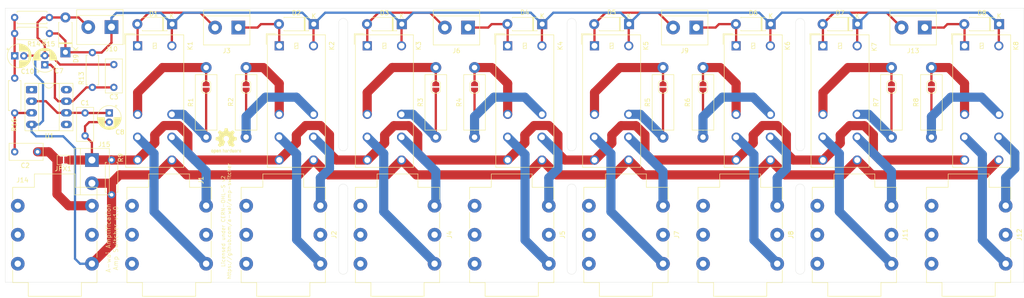
<source format=kicad_pcb>
(kicad_pcb (version 20241229) (generator "pcbnew") (generator_version "9.0")
  (title_block (title "Amp Switcher - 8-way Relay Array") (date "2025-03-12") (rev "1.0") (comment 3 "SPDX-License-Identifier: CERN-OHL-S-2.0+") (comment 4 "SPDX-FileCopyrightText: 2025 Arnaud Ferraris <aferraris@debian.org>"))
  (layers (0 "F.Cu" signal) (2 "B.Cu" signal) (13 "F.Paste" user) (15 "B.Paste" user) (5 "F.SilkS" user "F.Silkscreen") (7 "B.SilkS" user "B.Silkscreen") (1 "F.Mask" user) (3 "B.Mask" user) (25 "Edge.Cuts" user))
  (net 0 "")
  (net 1 "Net-(D1-A)")
  (net 2 "+12V")
  (net 3 "Net-(D2-A)")
  (net 4 "Net-(D3-A)")
  (net 5 "Net-(D4-A)")
  (net 6 "Net-(D5-A)")
  (net 7 "Net-(D6-A)")
  (net 11 "Net-(J1-PadS)")
  (net 13 "Net-(J1-PadT)")
  (net 15 "Net-(J2-PadS)")
  (net 18 "Net-(J2-PadT)")
  (net 20 "Net-(J4-PadS)")
  (net 24 "Net-(J4-PadT)")
  (net 28 "Net-(J5-PadS)")
  (net 29 "Net-(J5-PadT)")
  (net 34 "Net-(J7-PadS)")
  (net 35 "Net-(J7-PadT)")
  (net 39 "Net-(J8-PadT)")
  (net 43 "Net-(J8-PadS)")
  (net 44 "/SIGNAL")
  (net 45 "GND")
  (net 46 "Net-(JP2-A)")
  (net 47 "Net-(JP2-B)")
  (net 48 "Net-(JP3-B)")
  (net 49 "Net-(JP3-A)")
  (net 50 "Net-(JP4-A)")
  (net 51 "Net-(JP4-B)")
  (net 52 "Net-(JP5-B)")
  (net 53 "Net-(JP5-A)")
  (net 54 "Net-(JP6-A)")
  (net 55 "Net-(JP6-B)")
  (net 56 "Net-(JP7-A)")
  (net 57 "Net-(JP7-B)")
  (net 58 "Net-(D7-A)")
  (net 59 "Net-(D8-A)")
  (net 61 "Net-(J11-PadS)")
  (net 62 "Net-(J11-PadT)")
  (net 66 "Net-(J12-PadS)")
  (net 71 "Net-(J12-PadT)")
  (net 72 "Net-(JP8-B)")
  (net 73 "Net-(JP8-A)")
  (net 74 "Net-(JP9-B)")
  (net 75 "Net-(JP9-A)")
  (net 80 "Net-(U1--)")
  (net 81 "Net-(U1-+)")
  (net 82 "Net-(JPX1-B)")
  (net 83 "VCC")
  (net 84 "GNDS")
  (footprint "Relay_THT:Relay_DPDT_Omron_G2RL-2" (layer "F.Cu") (at 196 75)
    (property "Reference" "K6")
    (property "Value" "G2RL-2")
  )
  (footprint "Relay_THT:Relay_DPDT_Omron_G2RL-2" (layer "F.Cu") (at 115.27 75)
    (property "Reference" "K3")
    (property "Value" "G2RL-2")
  )
  (footprint "Resistor_THT:R_Axial_DIN0414_L11.9mm_D4.5mm_P15.24mm_Horizontal" (layer "F.Cu") (at 130.27 95 90)
    (property "Reference" "R3")
    (property "Value" "4R7/2W")
  )
  (footprint "Relay_THT:Relay_DPDT_Omron_G2RL-2" (layer "F.Cu") (at 215 75)
    (property "Reference" "K7")
    (property "Value" "G2RL-2")
  )
  (footprint "Connector_Audio:Jack_6.35mm_Neutrik_NMJ6HCD2_Horizontal" (layer "F.Cu") (at 255 110 -90)
    (property "Reference" "J12")
    (property "Value" "NMJ6HCD2")
  )
  (footprint "Resistor_THT:R_Axial_DIN0414_L11.9mm_D4.5mm_P15.24mm_Horizontal" (layer "F.Cu") (at 138.75 95 90)
    (property "Reference" "R4")
    (property "Value" "4R7/2W")
  )
  (footprint "Diode_THT:D_DO-41_SOD81_P7.62mm_Horizontal" (layer "F.Cu") (at 103.56 70.25 180)
    (property "Reference" "D2")
    (property "Value" "1N4001")
  )
  (footprint "Capacitor_THT:C_Rect_L7.2mm_W3.5mm_P5.00mm_FKS2_FKP2_MKS2_MKP2" (layer "F.Cu") (at 38.1 98.2)
    (property "Reference" "C2")
    (property "Value" "100n")
  )
  (footprint "Resistor_THT:R_Axial_DIN0207_L6.3mm_D2.5mm_P7.62mm_Horizontal" (layer "F.Cu") (at 55.1 84.1 90)
    (property "Reference" "R13")
    (property "Value" "10R")
  )
  (footprint "Diode_THT:D_DO-41_SOD81_P7.62mm_Horizontal" (layer "F.Cu") (at 222.56 70.25 180)
    (property "Reference" "D7")
    (property "Value" "1N4001")
  )
  (footprint "Diode_THT:D_DO-41_SOD81_P7.62mm_Horizontal" (layer "F.Cu") (at 203.56 70.25 180)
    (property "Reference" "D6")
    (property "Value" "1N4001")
  )
  (footprint "Symbol:OSHW-Logo2_7.3x6mm_SilkScreen" (layer "F.Cu") (at 84.4 95.8)
    (property "Reference" "REF**" (hide yes))
    (property "Value" "OSHW-Logo2_7.3x6mm_SilkScreen" (hide yes))
  )
  (footprint "TerminalBlock:TerminalBlock_bornier-2_P5.08mm" (layer "F.Cu") (at 187.29 71 180)
    (property "Reference" "J9")
    (property "Value" "Screw_Terminal_01x02")
  )
  (footprint "Jumper:SolderJumper-2_P1.3mm_Open_RoundedPad1.0x1.5mm" (layer "F.Cu") (at 238.75 84 -90)
    (property "Reference" "JP9" (hide yes))
    (property "Value" "Jumper_2_Open")
  )
  (footprint "Capacitor_THT:CP_Radial_D5.0mm_P2.00mm" (layer "F.Cu") (at 58.8 89.7 -90)
    (property "Reference" "C8")
    (property "Value" "1µ")
  )
  (footprint "Diode_THT:D_DO-41_SOD81_P7.62mm_Horizontal" (layer "F.Cu") (at 122.83 70.25 180)
    (property "Reference" "D3")
    (property "Value" "1N4001")
  )
  (footprint "Resistor_THT:R_Axial_DIN0414_L11.9mm_D4.5mm_P15.24mm_Horizontal" (layer "F.Cu") (at 230 95 90)
    (property "Reference" "R7")
    (property "Value" "4R7/2W")
  )
  (footprint "Relay_THT:Relay_DPDT_Omron_G2RL-2" (layer "F.Cu") (at 146 75)
    (property "Reference" "K4")
    (property "Value" "G2RL-2")
  )
  (footprint "Diode_THT:D_DO-41_SOD81_P7.62mm_Horizontal" (layer "F.Cu") (at 253.56 70.25 180)
    (property "Reference" "D8")
    (property "Value" "1N4001")
  )
  (footprint "Connector_Audio:Jack_6.35mm_Neutrik_NMJ6HCD2_Horizontal" (layer "F.Cu") (at 130 110 -90)
    (property "Reference" "J4")
    (property "Value" "NMJ6HCD2")
  )
  (footprint "Resistor_THT:R_Axial_DIN0414_L11.9mm_D4.5mm_P15.24mm_Horizontal" (layer "F.Cu") (at 180 95 90)
    (property "Reference" "R5")
    (property "Value" "4R7/2W")
  )
  (footprint "Connector_Audio:Jack_6.35mm_Neutrik_NMJ6HCD2_Horizontal" (layer "F.Cu") (at 105 110 -90)
    (property "Reference" "J2")
    (property "Value" "NMJ6HCD2")
  )
  (footprint "Capacitor_THT:CP_Radial_D5.0mm_P2.00mm" (layer "F.Cu") (at 38.1 77.2)
    (property "Reference" "C10")
    (property "Value" "100µ")
  )
  (footprint "Diode_THT:D_DO-41_SOD81_P7.62mm_Horizontal" (layer "F.Cu") (at 49.2 76.41 90)
    (property "Reference" "D9")
    (property "Value" "1N4001")
  )
  (footprint "Diode_THT:D_DO-41_SOD81_P7.62mm_Horizontal" (layer "F.Cu") (at 153.56 70.25 180)
    (property "Reference" "D4")
    (property "Value" "1N4001")
  )
  (footprint "Connector_Audio:Jack_6.35mm_Neutrik_NMJ6HCD2_Horizontal" (layer "F.Cu") (at 55 110 -90)
    (property "Reference" "J14")
    (property "Value" "NMJ6HCD2")
  )
  (footprint "Resistor_THT:R_Axial_DIN0414_L11.9mm_D4.5mm_P15.24mm_Horizontal" (layer "F.Cu") (at 88.75 95 90)
    (property "Reference" "R2")
    (property "Value" "4R7/2W")
  )
  (footprint "Connector_Audio:Jack_6.35mm_Neutrik_NMJ6HCD2_Horizontal" (layer "F.Cu") (at 205 110 -90)
    (property "Reference" "J8")
    (property "Value" "NMJ6HCD2")
  )
  (footprint "Relay_THT:Relay_DPDT_Omron_G2RL-2" (layer "F.Cu") (at 65 75)
    (property "Reference" "K1")
    (property "Value" "G2RL-2")
  )
  (footprint "Diode_THT:D_DO-41_SOD81_P7.62mm_Horizontal" (layer "F.Cu") (at 72.56 70.25 180)
    (property "Reference" "D1")
    (property "Value" "1N4001")
  )
  (footprint "Resistor_THT:R_Axial_DIN0207_L6.3mm_D2.5mm_P7.62mm_Horizontal" (layer "F.Cu") (at 38.1 82.08 -90)
    (property "Reference" "R16")
    (property "Value" "1M")
  )
  (footprint "Connector_Audio:Jack_6.35mm_Neutrik_NMJ6HCD2_Horizontal" (layer "F.Cu") (at 80 110 -90)
    (property "Reference" "J1")
    (property "Value" "NMJ6HCD2")
  )
  (footprint "Resistor_THT:R_Axial_DIN0414_L11.9mm_D4.5mm_P15.24mm_Horizontal" (layer "F.Cu") (at 238.75 95 90)
    (property "Reference" "R8")
    (property "Value" "4R7/2W")
  )
  (footprint "Diode_THT:D_DO-41_SOD81_P7.62mm_Horizontal" (layer "F.Cu") (at 172.56 70.25 180)
    (property "Reference" "D5")
    (property "Value" "1N4001")
  )
  (footprint "Jumper:SolderJumper-2_P1.3mm_Open_RoundedPad1.0x1.5mm" (layer "F.Cu") (at 138.75 84 -90)
    (property "Reference" "JP5" (hide yes))
    (property "Value" "Jumper_2_Open")
  )
  (footprint "Relay_THT:Relay_DPDT_Omron_G2RL-2" (layer "F.Cu") (at 96 75)
    (property "Reference" "K2")
    (property "Value" "G2RL-2")
  )
  (footprint "Resistor_THT:R_Axial_DIN0207_L6.3mm_D2.5mm_P7.62mm_Horizontal" (layer "F.Cu") (at 59.3 107.6 90)
    (property "Reference" "R9")
    (property "Value" "1M")
  )
  (footprint "Jumper:SolderJumper-2_P1.3mm_Open_RoundedPad1.0x1.5mm" (layer "F.Cu") (at 180 84 -90)
    (property "Reference" "JP7" (hide yes))
    (property "Value" "Jumper_2_Open")
  )
  (footprint "Capacitor_THT:C_Rect_L7.2mm_W3.5mm_P5.00mm_FKS2_FKP2_MKS2_MKP2" (layer "F.Cu") (at 53.5 94.7 90)
    (property "Reference" "C1")
    (property "Value" "100n")
  )
  (footprint "Resistor_THT:R_Axial_DIN0414_L11.9mm_D4.5mm_P15.24mm_Horizontal" (layer "F.Cu") (at 80 95 90)
    (property "Reference" "R1")
    (property "Value" "4R7/2W")
  )
  (footprint "Jumper:SolderJumper-2_P1.3mm_Open_RoundedPad1.0x1.5mm" (layer "F.Cu") (at 188.75 84 -90)
    (property "Reference" "JP6" (hide yes))
    (property "Value" "Jumper_2_Open")
  )
  (footprint "TerminalBlock:TerminalBlock_bornier-2_P5.08mm" (layer "F.Cu") (at 137.33 71 180)
    (property "Reference" "J6")
    (property "Value" "Screw_Terminal_01x02")
  )
  (footprint "Jumper:SolderJumper-2_P1.3mm_Open_RoundedPad1.0x1.5mm" (layer "F.Cu") (at 80 84 -90)
    (property "Reference" "JP3" (hide yes))
    (property "Value" "Jumper_2_Open")
  )
  (footprint "Resistor_THT:R_Axial_DIN0207_L6.3mm_D2.5mm_P7.62mm_Horizontal" (layer "F.Cu") (at 38.08 68.8)
    (property "Reference" "R15")
    (property "Value" "10k")
  )
  (footprint "TerminalBlock:TerminalBlock_bornier-2_P5.08mm" (layer "F.Cu") (at 87.04 71 180)
    (property "Reference" "J3")
    (property "Value" "Screw_Terminal_01x02")
  )
  (footprint "Resistor_THT:R_Axial_DIN0414_L11.9mm_D4.5mm_P15.24mm_Horizontal" (layer "F.Cu") (at 188.75 95 90)
    (property "Reference" "R6")
    (property "Value" "4R7/2W")
  )
  (footprint "Package_DIP:DIP-8_W7.62mm_Socket_LongPads" (layer "F.Cu") (at 41.79 84.59)
    (property "Reference" "U1")
    (property "Value" "OPA134")
  )
  (footprint "Connector_Audio:Jack_6.35mm_Neutrik_NMJ6HCD2_Horizontal" (layer "F.Cu") (at 180 110 -90)
    (property "Reference" "J7")
    (property "Value" "NMJ6HCD2")
  )
  (footprint "Connector_Audio:Jack_6.35mm_Neutrik_NMJ6HCD2_Horizontal" (layer "F.Cu") (at 230 110 -90)
    (property "Reference" "J11")
    (property "Value" "NMJ6HCD2")
  )
  (footprint "TerminalBlock:TerminalBlock_bornier-2_P5.08mm" (layer "F.Cu") (at 237.29 71 180)
    (property "Reference" "J13")
    (property "Value" "Screw_Terminal_01x02")
  )
  (footprint "Connector_Audio:Jack_6.35mm_Neutrik_NMJ6HCD2_Horizontal" (layer "F.Cu") (at 155 110 -90)
    (property "Reference" "J5")
    (property "Value" "NMJ6HCD2")
  )
  (footprint "Jumper:SolderJumper-2_P1.3mm_Open_RoundedPad1.0x1.5mm" (layer "F.Cu") (at 130.27 84 -90)
    (property "Reference" "JP4" (hide yes))
    (property "Value" "Jumper_2_Open")
  )
  (footprint "TerminalBlock:TerminalBlock_bornier-2_P5.08mm" (layer "F.Cu") (at 55 100 -90)
    (property "Reference" "J15")
    (property "Value" "Screw_Terminal_01x02")
  )
  (footprint "Resistor_THT:R_Axial_DIN0207_L6.3mm_D2.5mm_P7.62mm_Horizontal" (layer "F.Cu") (at 45.7 72.3 180)
    (property "Reference" "R14")
    (property "Value" "10k")
  )
  (footprint "Relay_THT:Relay_DPDT_Omron_G2RL-2" (layer "F.Cu") (at 165 75)
    (property "Reference" "K5")
    (property "Value" "G2RL-2")
  )
  (footprint "Capacitor_THT:CP_Radial_D5.0mm_P2.00mm" (layer "F.Cu") (at 44.7 79.155113 90)
    (property "Reference" "C7")
    (property "Value" "100µ")
  )
  (footprint "Relay_THT:Relay_DPDT_Omron_G2RL-2" (layer "F.Cu") (at 246 75)
    (property "Reference" "K8")
    (property "Value" "G2RL-2")
  )
  (footprint "Capacitor_THT:C_Rect_L7.2mm_W3.5mm_P5.00mm_FKS2_FKP2_MKS2_MKP2" (layer "F.Cu") (at 59.8 84.1 90)
    (property "Reference" "C3")
    (property "Value" "100n")
  )
  (footprint "Jumper:SolderJumper-2_P1.3mm_Open_RoundedPad1.0x1.5mm" (layer "F.Cu") (at 230 84 -90)
    (property "Reference" "JP8" (hide yes))
    (property "Value" "Jumper_2_Open")
  )
  (footprint "Jumper:SolderJumper-2_P1.3mm_Open_Pad1.0x1.5mm" (layer "F.Cu") (at 48.8 100 180)
    (property "Reference" "JPX1")
    (property "Value" "Jumper_2_Open")
  )
  (footprint "TerminalBlock:TerminalBlock_bornier-2_P5.08mm" (layer "F.Cu") (at 59.28 70.9 180)
    (property "Reference" "J10")
    (property "Value" "Screw_Terminal_01x02")
  )
  (footprint "Jumper:SolderJumper-2_P1.3mm_Open_RoundedPad1.0x1.5mm" (layer "F.Cu") (at 88.75 84 -90)
    (property "Reference" "JP2" (hide yes))
    (property "Value" "Jumper_2_Open")
  )
  (gr_line (start 209 124) (end 209 106.25) (stroke (width 0.05)) (layer "Edge.Cuts"))
  (gr_line (start 159 124) (end 159 106.25) (stroke (width 0.05)) (layer "Edge.Cuts"))
  (gr_arc (start 209 106.25) (mid 210 105.25) (end 211 106.25) (stroke (width 0.05)) (layer "Edge.Cuts"))
  (gr_line (start 111 106.25) (end 111 124) (stroke (width 0.05)) (layer "Edge.Cuts"))
  (gr_line (start 109 124) (end 109 106.25) (stroke (width 0.05)) (layer "Edge.Cuts"))
  (gr_arc (start 109 70) (mid 110 69) (end 111 70) (stroke (width 0.05)) (layer "Edge.Cuts"))
  (gr_line (start 211 106.25) (end 211 124) (stroke (width 0.05)) (layer "Edge.Cuts"))
  (gr_line (start 211 70) (end 211 97) (stroke (width 0.05)) (layer "Edge.Cuts"))
  (gr_line (start 209 97) (end 209 70) (stroke (width 0.05)) (layer "Edge.Cuts"))
  (gr_arc (start 211 124) (mid 210 125) (end 209 124) (stroke (width 0.05)) (layer "Edge.Cuts"))
  (gr_line (start 161 106.25) (end 161 124) (stroke (width 0.05)) (layer "Edge.Cuts"))
  (gr_line (start 109 97) (end 109 70) (stroke (width 0.05)) (layer "Edge.Cuts"))
  (gr_line (start 159 97) (end 159 70) (stroke (width 0.05)) (layer "Edge.Cuts"))
  (gr_rect (start 36 66.75) (end 259 126.75) (stroke (width 0.05)) (fill no) (layer "Edge.Cuts"))
  (gr_arc (start 111 124) (mid 110 125) (end 109 124) (stroke (width 0.05)) (layer "Edge.Cuts"))
  (gr_arc (start 161 97) (mid 160 98) (end 159 97) (stroke (width 0.05)) (layer "Edge.Cuts"))
  (gr_line (start 161 70) (end 161 97) (stroke (width 0.05)) (layer "Edge.Cuts"))
  (gr_arc (start 159 70) (mid 160 69) (end 161 70) (stroke (width 0.05)) (layer "Edge.Cuts"))
  (gr_arc (start 211 97) (mid 210 98) (end 209 97) (stroke (width 0.05)) (layer "Edge.Cuts"))
  (gr_line (start 111 70) (end 111 97) (stroke (width 0.05)) (layer "Edge.Cuts"))
  (gr_arc (start 111 97) (mid 110 98) (end 109 97) (stroke (width 0.05)) (layer "Edge.Cuts"))
  (gr_arc (start 209 70) (mid 210 69) (end 211 70) (stroke (width 0.05)) (layer "Edge.Cuts"))
  (gr_arc (start 161 124) (mid 160 125) (end 159 124) (stroke (width 0.05)) (layer "Edge.Cuts"))
  (gr_arc (start 159 106.25) (mid 160 105.25) (end 161 106.25) (stroke (width 0.05)) (layer "Edge.Cuts"))
  (gr_arc (start 109 106.25) (mid 110 105.25) (end 111 106.25) (stroke (width 0.05)) (layer "Edge.Cuts"))
  (gr_text "Licensed under CERN-OHL-S v2\nhttps://github.com/a-wai/amp-switcher" (at 85.5 113.4 90) (layer "F.SilkS") (effects (font (size 0.8 0.8) (thickness 0.1)) (justify bottom)))
  (gr_text "A-wai Amplification\nAmp Switcher v1.0" (at 60.8 117.1 90) (layer "F.SilkS") (effects (font (size 1 1) (thickness 0.1)) (justify bottom)))
  (gr_text "J5" (at 208 116.35 90) (layer "F.SilkS") (effects (font (size 1 1))))
  (segment (start 64.94 70.25) (end 67.44 67.75) (width 0.5) (layer "F.Cu") (net 1))
  (segment (start 67.44 67.75) (end 78.71 67.75) (width 0.5) (layer "F.Cu") (net 1))
  (segment (start 65 75) (end 65 70.31) (width 0.5) (layer "F.Cu") (net 1))
  (segment (start 65 70.31) (end 64.94 70.25) (width 0.5) (layer "F.Cu") (net 1))
  (segment (start 78.71 67.75) (end 81.96 71) (width 0.5) (layer "F.Cu") (net 1))
  (segment (start 172.5 75) (end 172.5 70.31) (width 0.5) (layer "F.Cu") (net 2))
  (segment (start 122.77 70.31) (end 122.83 70.25) (width 0.5) (layer "F.Cu") (net 2))
  (segment (start 49.2 76.41) (end 49.2 73.9) (width 0.5) (layer "F.Cu") (net 2))
  (segment (start 103.5 75) (end 103.5 70.31) (width 0.5) (layer "F.Cu") (net 2))
  (segment (start 49.2 73.9) (end 47.6 72.3) (width 0.5) (layer "F.Cu") (net 2))
  (segment (start 153.5 70.31) (end 153.56 70.25) (width 0.5) (layer "F.Cu") (net 2))
  (segment (start 72.5 75) (end 72.5 70.31) (width 0.5) (layer "F.Cu") (net 2))
  (segment (start 49.2 76.41) (end 55.03 76.41) (width 0.5) (layer "F.Cu") (net 2))
  (segment (start 172.5 70.31) (end 172.56 70.25) (width 0.5) (layer "F.Cu") (net 2))
  (segment (start 57.12 76.48) (end 59.3 74.3) (width 0.5) (layer "F.Cu") (net 2))
  (segment (start 55.1 76.48) (end 57.12 76.48) (width 0.5) (layer "F.Cu") (net 2))
  (segment (start 203.5 75) (end 203.5 70.31) (width 0.5) (layer "F.Cu") (net 2))
  (segment (start 72.5 70.31) (end 72.56 70.25) (width 0.5) (layer "F.Cu") (net 2))
  (segment (start 59.3 74.3) (end 59.28 74.28) (width 0.5) (layer "F.Cu") (net 2))
  (segment (start 103.5 70.31) (end 103.56 70.25) (width 0.5) (layer "F.Cu") (net 2))
  (segment (start 203.5 70.31) (end 203.56 70.25) (width 0.5) (layer "F.Cu") (net 2))
  (segment (start 122.77 75) (end 122.77 70.31) (width 0.5) (layer "F.Cu") (net 2))
  (segment (start 153.5 75) (end 153.5 70.31) (width 0.5) (layer "F.Cu") (net 2))
  (segment (start 253.5 75) (end 253.5 70.31) (width 0.5) (layer "F.Cu") (net 2))
  (segment (start 222.5 70.31) (end 222.56 70.25) (width 0.5) (layer "F.Cu") (net 2))
  (segment (start 55.03 76.41) (end 55.1 76.48) (width 0.5) (layer "F.Cu") (net 2))
  (segment (start 59.28 74.28) (end 59.28 70.9) (width 0.5) (layer "F.Cu") (net 2))
  (segment (start 222.5 75) (end 222.5 70.31) (width 0.5) (layer "F.Cu") (net 2))
  (segment (start 47.6 72.3) (end 45.7 72.3) (width 0.5) (layer "F.Cu") (net 2))
  (segment (start 253.5 70.31) (end 253.56 70.25) (width 0.5) (layer "F.Cu") (net 2))
  (segment (start 172.56 69.56) (end 172.56 70.25) (width 0.5) (layer "B.Cu") (net 2))
  (segment (start 203.56 70.25) (end 203.56 70.19) (width 0.5) (layer "B.Cu") (net 2))
  (segment (start 222.56 70.25) (end 222.56 70.19) (width 0.5) (layer "B.Cu") (net 2))
  (segment (start 175 67.75) (end 201.06 67.75) (width 0.5) (layer "B.Cu") (net 2))
  (segment (start 206 67.75) (end 220.75 67.75) (width 0.5) (layer "B.Cu") (net 2))
  (segment (start 172.56 70.25) (end 172.56 70.19) (width 0.5) (layer "B.Cu") (net 2))
  (segment (start 60.35 67.8) (end 70.11 67.8) (width 0.5) (layer "B.Cu") (net 2))
  (segment (start 222.56 70.19) (end 225 67.75) (width 0.5) (layer "B.Cu") (net 2))
  (segment (start 225 67.75) (end 251.06 67.75) (width 0.5) (layer "B.Cu") (net 2))
  (segment (start 59.28 70.9) (end 59.28 68.87) (width 0.5) (layer "B.Cu") (net 2))
  (segment (start 70.11 67.8) (end 72.56 70.25) (width 0.5) (layer "B.Cu") (net 2))
  (segment (start 203.56 70.19) (end 206 67.75) (width 0.5) (layer "B.Cu") (net 2))
  (segment (start 72.56 70.25) (end 75.06 67.75) (width 0.5) (layer "B.Cu") (net 2))
  (segment (start 75.06 67.75) (end 101.06 67.75) (width 0.5) (layer "B.Cu") (net 2))
  (segment (start 151.06 67.75) (end 125.33 67.75) (width 0.5) (layer "B.Cu") (net 2))
  (segment (start 59.28 68.87) (end 60.35 67.8) (width 0.5) (layer "B.Cu") (net 2))
  (segment (start 151.06 67.75) (end 153.56 70.25) (width 0.5) (layer "B.Cu") (net 2))
  (segment (start 153.56 70.19) (end 156 67.75) (width 0.5) (layer "B.Cu") (net 2))
  (segment (start 220.75 67.75) (end 222.56 69.56) (width 0.5) (layer "B.Cu") (net 2))
  (segment (start 101.06 67.75) (end 103.56 70.25) (width 0.5) (layer "B.Cu") (net 2))
  (segment (start 106.06 67.75) (end 120.33 67.75) (width 0.5) (layer "B.Cu") (net 2))
  (segment (start 172.56 70.19) (end 175 67.75) (width 0.5) (layer "B.Cu") (net 2))
  (segment (start 153.56 70.25) (end 153.56 70.19) (width 0.5) (layer "B.Cu") (net 2))
  (segment (start 103.56 70.25) (end 106.06 67.75) (width 0.5) (layer "B.Cu") (net 2))
  (segment (start 156 67.75) (end 170.75 67.75) (width 0.5) (layer "B.Cu") (net 2))
  (segment (start 120.33 67.75) (end 122.83 70.25) (width 0.5) (layer "B.Cu") (net 2))
  (segment (start 222.56 69.56) (end 222.56 70.25) (width 0.5) (layer "B.Cu") (net 2))
  (segment (start 170.75 67.75) (end 172.56 69.56) (width 0.5) (layer "B.Cu") (net 2))
  (segment (start 251.06 67.75) (end 253.56 70.25) (width 0.5) (layer "B.Cu") (net 2))
  (segment (start 122.83 70.25) (end 125.33 67.75) (width 0.5) (layer "B.Cu") (net 2))
  (segment (start 201.06 67.75) (end 203.56 70.25) (width 0.5) (layer "B.Cu") (net 2))
  (segment (start 92 70.25) (end 91.25 71) (width 0.5) (layer "F.Cu") (net 3))
  (segment (start 91.25 71) (end 87.04 71) (width 0.5) (layer "F.Cu") (net 3))
  (segment (start 96 75) (end 96 70.31) (width 0.5) (layer "F.Cu") (net 3))
  (segment (start 95.94 70.25) (end 92 70.25) (width 0.5) (layer "F.Cu") (net 3))
  (segment (start 96 70.31) (end 95.94 70.25) (width 0.5) (layer "F.Cu") (net 3))
  (segment (start 115.21 70.25) (end 117.71 67.75) (width 0.5) (layer "F.Cu") (net 4))
  (segment (start 129 67.75) (end 132.25 71) (width 0.5) (layer "F.Cu") (net 4))
  (segment (start 115.27 70.31) (end 115.21 70.25) (width 0.5) (layer "F.Cu") (net 4))
  (segment (start 115.27 75) (end 115.27 70.31) (width 0.5) (layer "F.Cu") (net 4))
  (segment (start 117.71 67.75) (end 129 67.75) (width 0.5) (layer "F.Cu") (net 4))
  (segment (start 145.94 70.25) (end 142.5 70.25) (width 0.5) (layer "F.Cu") (net 5))
  (segment (start 142.5 70.25) (end 141.75 71) (width 0.5) (layer "F.Cu") (net 5))
  (segment (start 146 70.31) (end 145.94 70.25) (width 0.5) (layer "F.Cu") (net 5))
  (segment (start 141.75 71) (end 137.33 71) (width 0.5) (layer "F.Cu") (net 5))
  (segment (start 146 75) (end 146 70.31) (width 0.5) (layer "F.Cu") (net 5))
  (segment (start 165 75) (end 165 70.31) (width 0.5) (layer "F.Cu") (net 6))
  (segment (start 165 70.31) (end 164.94 70.25) (width 0.5) (layer "F.Cu") (net 6))
  (segment (start 164.94 70.25) (end 167.44 67.75) (width 0.5) (layer "F.Cu") (net 6))
  (segment (start 178.96 67.75) (end 182.21 71) (width 0.5) (layer "F.Cu") (net 6))
  (segment (start 167.44 67.75) (end 178.96 67.75) (width 0.5) (layer "F.Cu") (net 6))
  (segment (start 196 70.31) (end 195.94 70.25) (width 0.5) (layer "F.Cu") (net 7))
  (segment (start 196 75) (end 196 70.31) (width 0.5) (layer "F.Cu") (net 7))
  (segment (start 195.94 70.25) (end 192.25 70.25) (width 0.5) (layer "F.Cu") (net 7))
  (segment (start 192.25 70.25) (end 191.5 71) (width 0.5) (layer "F.Cu") (net 7))
  (segment (start 191.5 71) (end 187.29 71) (width 0.5) (layer "F.Cu") (net 7))
  (segment (start 80 122.7) (end 68.6 111.3) (width 2) (layer "B.Cu") (net 11))
  (segment (start 68.6 98.6) (end 65 95) (width 2) (layer "B.Cu") (net 11))
  (segment (start 68.6 111.3) (end 68.6 98.6) (width 2) (layer "B.Cu") (net 11))
  (segment (start 72.5 95) (end 80 102.5) (width 2) (layer "B.Cu") (net 13))
  (segment (start 80 102.5) (end 80 110) (width 2) (layer "B.Cu") (net 13))
  (segment (start 99.8 117.4) (end 99.8 98.7) (width 2) (layer "B.Cu") (net 15))
  (segment (start 99.8 98.7) (end 96 94.9) (width 2) (layer "B.Cu") (net 15))
  (segment (start 105 122.6) (end 99.8 117.4) (width 2) (layer "B.Cu") (net 15))
  (segment (start 105 110) (end 105 103.9) (width 2) (layer "B.Cu") (net 18))
  (segment (start 107 101.9) (end 107 98.5) (width 2) (layer "B.Cu") (net 18))
  (segment (start 107 98.5) (end 103.5 95) (width 2) (layer "B.Cu") (net 18))
  (segment (start 105 103.9) (end 107 101.9) (width 2) (layer "B.Cu") (net 18))
  (segment (start 130.27 122.7) (end 118.87 111.3) (width 2) (layer "B.Cu") (net 20))
  (segment (start 118.87 111.3) (end 118.87 98.6) (width 2) (layer "B.Cu") (net 20))
  (segment (start 118.87 98.6) (end 115.27 95) (width 2) (layer "B.Cu") (net 20))
  (segment (start 130.27 102.5) (end 122.77 95) (width 2) (layer "B.Cu") (net 24))
  (segment (start 130.27 110) (end 130.27 102.5) (width 2) (layer "B.Cu") (net 24))
  (segment (start 149.8 98.8) (end 146 95) (width 2) (layer "B.Cu") (net 28))
  (segment (start 155 122.7) (end 149.8 117.5) (width 2) (layer "B.Cu") (net 28))
  (segment (start 149.8 117.5) (end 149.8 98.8) (width 2) (layer "B.Cu") (net 28))
  (segment (start 157 98.5) (end 153.5 95) (width 2) (layer "B.Cu") (net 29))
  (segment (start 157 101.9) (end 157 98.5) (width 2) (layer "B.Cu") (net 29))
  (segment (start 155 103.9) (end 157 101.9) (width 2) (layer "B.Cu") (net 29))
  (segment (start 155 110) (end 155 103.9) (width 2) (layer "B.Cu") (net 29))
  (segment (start 180 122.7) (end 168.6 111.3) (width 2) (layer "B.Cu") (net 34))
  (segment (start 168.6 98.6) (end 165 95) (width 2) (layer "B.Cu") (net 34))
  (segment (start 168.6 111.3) (end 168.6 98.6) (width 2) (layer "B.Cu") (net 34))
  (segment (start 180 102.5) (end 172.5 95) (width 2) (layer "B.Cu") (net 35))
  (segment (start 180 110) (end 180 102.5) (width 2) (layer "B.Cu") (net 35))
  (segment (start 207 98.5) (end 203.5 95) (width 2) (layer "B.Cu") (net 39))
  (segment (start 207 101.9) (end 207 98.5) (width 2) (layer "B.Cu") (net 39))
  (segment (start 205 103.9) (end 207 101.9) (width 2) (layer "B.Cu") (net 39))
  (segment (start 205 110) (end 205 103.9) (width 2) (layer "B.Cu") (net 39))
  (segment (start 199.9 117.5) (end 199.9 98.8) (width 2) (layer "B.Cu") (net 43))
  (segment (start 199.9 98.8) (end 196.1 95) (width 2) (layer "B.Cu") (net 43))
  (segment (start 205.1 122.7) (end 199.9 117.5) (width 2) (layer "B.Cu") (net 43))
  (segment (start 155 92.451) (end 157 94.451) (width 2) (layer "F.Cu") (net 44))
  (segment (start 107 94.451) (end 107 98.5) (width 2) (layer "F.Cu") (net 44))
  (segment (start 208.5 100) (end 215.02 100) (width 2) (layer "F.Cu") (net 44))
  (segment (start 165.045 100.025) (end 168.795 96.275) (width 2) (layer "F.Cu") (net 44))
  (segment (start 74 92.451) (end 76 94.451) (width 2) (layer "F.Cu") (net 44))
  (segment (start 176.045 94.476) (end 176.045 98.525) (width 2) (layer "F.Cu") (net 44))
  (segment (start 119.065 96.275) (end 119.065 94.525) (width 2) (layer "F.Cu") (net 44))
  (segment (start 224.045 92.476) (end 226.045 94.476) (width 2) (layer "F.Cu") (net 44))
  (segment (start 170.844 92.476) (end 174.045 92.476) (width 2) (layer "F.Cu") (net 44))
  (segment (start 149.75 94.5) (end 151.799 92.451) (width 2) (layer "F.Cu") (net 44))
  (segment (start 201.799 92.451) (end 205 92.451) (width 2) (layer "F.Cu") (net 44))
  (segment (start 157 94.451) (end 157 98.5) (width 2) (layer "F.Cu") (net 44))
  (segment (start 227.545 100.025) (end 227.57 100) (width 2) (layer "F.Cu") (net 44))
  (segment (start 55 100) (end 50.2 100) (width 2) (layer "F.Cu") (net 44))
  (segment (start 218.795 94.525) (end 220.844 92.476) (width 2) (layer "F.Cu") (net 44))
  (segment (start 207 98.5) (end 208.5 100) (width 2) (layer "F.Cu") (net 44))
  (segment (start 165.02 100) (end 165.045 100.025) (width 2) (layer "F.Cu") (net 44))
  (segment (start 77.5 100) (end 96 100) (width 2) (layer "F.Cu") (net 44))
  (segment (start 68.75 94.5) (end 70.799 92.451) (width 2) (layer "F.Cu") (net 44))
  (segment (start 196 100) (end 199.75 96.25) (width 2) (layer "F.Cu") (net 44))
  (segment (start 157 98.5) (end 158.5 100) (width 2) (layer "F.Cu") (net 44))
  (segment (start 176.045 98.525) (end 177.545 100.025) (width 2) (layer "F.Cu") (net 44))
  (segment (start 199.75 96.25) (end 199.75 94.5) (width 2) (layer "F.Cu") (net 44))
  (segment (start 126.315 98.525) (end 127.815 100.025) (width 2) (layer "F.Cu") (net 44))
  (segment (start 107 98.5) (end 108.5 100) (width 2) (layer "F.Cu") (net 44))
  (segment (start 115.315 100.025) (end 119.065 96.275) (width 2) (layer "F.Cu") (net 44))
  (segment (start 101.799 92.451) (end 105 92.451) (width 2) (layer "F.Cu") (net 44))
  (segment (start 174.045 92.476) (end 176.045 94.476) (width 2) (layer "F.Cu") (net 44))
  (segment (start 99.75 94.5) (end 101.799 92.451) (width 2) (layer "F.Cu") (net 44))
  (segment (start 108.5 100) (end 115.27 100) (width 2) (layer "F.Cu") (net 44))
  (segment (start 127.84 100) (end 146 100) (width 2) (layer "F.Cu") (net 44))
  (segment (start 65 100) (end 68.75 96.25) (width 2) (layer "F.Cu") (net 44))
  (segment (start 76 94.451) (end 76 98.5) (width 2) (layer "F.Cu") (net 44))
  (segment (start 218.795 96.275) (end 218.795 94.525) (width 2) (layer "F.Cu") (net 44))
  (segment (start 215.02 100) (end 215.045 100.025) (width 2) (layer "F.Cu") (net 44))
  (segment (start 58.8 91.7) (end 54.4 91.7) (width 0.5) (layer "F.Cu") (net 44))
  (segment (start 151.799 92.451) (end 155 92.451) (width 2) (layer "F.Cu") (net 44))
  (segment (start 220.844 92.476) (end 224.045 92.476) (width 2) (layer "F.Cu") (net 44))
  (segment (start 99.75 96.25) (end 99.75 94.5) (width 2) (layer "F.Cu") (net 44))
  (segment (start 70.799 92.451) (end 74 92.451) (width 2) (layer "F.Cu") (net 44))
  (segment (start 53.5 94.7) (end 55 96.2) (width 0.5) (layer "F.Cu") (net 44))
  (segment (start 96 100) (end 99.75 96.25) (width 2) (layer "F.Cu") (net 44))
  (segment (start 205 92.451) (end 207 94.451) (width 2) (layer "F.Cu") (net 44))
  (segment (start 68.75 96.25) (end 68.75 94.5) (width 2) (layer "F.Cu") (net 44))
  (segment (start 59.3 99.98) (end 55.02 99.98) (width 2) (layer "F.Cu") (net 44))
  (segment (start 59.32 100) (end 59.3 99.98) (width 2) (layer "F.Cu") (net 44))
  (segment (start 65 100) (end 59.32 100) (width 2) (layer "F.Cu") (net 44))
  (segment (start 146 100) (end 149.75 96.25) (width 2) (layer "F.Cu") (net 44))
  (segment (start 54.4 91.7) (end 53.5 92.6) (width 0.5) (layer "F.Cu") (net 44))
  (segment (start 199.75 94.5) (end 201.799 92.451) (width 2) (layer "F.Cu") (net 44))
  (segment (start 105 92.451) (end 107 94.451) (width 2) (layer "F.Cu") (net 44))
  (segment (start 215.045 100.025) (end 218.795 96.275) (width 2) (layer "F.Cu") (net 44))
  (segment (start 168.795 96.275) (end 168.795 94.525) (width 2) (layer "F.Cu") (net 44))
  (segment (start 226.045 98.525) (end 227.545 100.025) (width 2) (layer "F.Cu") (net 44))
  (segment (start 149.75 96.25) (end 149.75 94.5) (width 2) (layer "F.Cu") (net 44))
  (segment (start 158.5 100) (end 165.02 100) (width 2) (layer "F.Cu") (net 44))
  (segment (start 127.815 100.025) (end 127.84 100) (width 2) (layer "F.Cu") (net 44))
  (segment (start 55 96.2) (end 55 100) (width 0.5) (layer "F.Cu") (net 44))
  (segment (start 177.545 100.025) (end 177.57 100) (width 2) (layer "F.Cu") (net 44))
  (segment (start 226.045 94.476) (end 226.045 98.525) (width 2) (layer "F.Cu") (net 44))
  (segment (start 53.5 92.6) (end 53.5 94.7) (width 0.5) (layer "F.Cu") (net 44))
  (segment (start 55.02 99.98) (end 55 100) (width 2) (layer "F.Cu") (net 44))
  (segment (start 168.795 94.525) (end 170.844 92.476) (width 2) (layer "F.Cu") (net 44))
  (segment (start 119.065 94.525) (end 121.114 92.476) (width 2) (layer "F.Cu") (net 44))
  (segment (start 76 98.5) (end 77.5 100) (width 2) (layer "F.Cu") (net 44))
  (segment (start 207 94.451) (end 207 98.5) (width 2) (layer "F.Cu") (net 44))
  (segment (start 124.315 92.476) (end 126.315 94.476) (width 2) (layer "F.Cu") (net 44))
  (segment (start 177.57 100) (end 196 100) (width 2) (layer "F.Cu") (net 44))
  (segment (start 121.114 92.476) (end 124.315 92.476) (width 2) (layer "F.Cu") (net 44))
  (segment (start 126.315 94.476) (end 126.315 98.525) (width 2) (layer "F.Cu") (net 44))
  (segment (start 227.57 100) (end 246 100) (width 2) (layer "F.Cu") (net 44))
  (segment (start 119.52 103.25) (end 122.77 100) (width 2) (layer "F.Cu") (net 45))
  (segment (start 103.5 100) (end 106.75 103.25) (width 2) (layer "F.Cu") (net 45))
  (segment (start 150.25 103.25) (end 153.5 100) (width 2) (layer "F.Cu") (net 45))
  (segment (start 59.3 107.6) (end 59.3 105) (width 2) (layer "F.Cu") (net 45))
  (segment (start 59.22 105.08) (end 55 105.08) (width 2) (layer "F.Cu") (net 45))
  (segment (start 49.19 68.8) (end 49.2 68.79) (width 0.5) (layer "F.Cu") (net 45))
  (segment (start 59.3 105) (end 59.22 105.08) (width 2) (layer "F.Cu") (net 45))
  (segment (start 200.25 103.25) (end 203.5 100) (width 2) (layer "F.Cu") (net 45))
  (segment (start 59.3 105) (end 61.05 103.25) (width 2) (layer "F.Cu") (net 45))
  (segment (start 156.75 103.25) (end 169.25 103.25) (width 2) (layer "F.Cu") (net 45))
  (segment (start 72.5 100) (end 75.75 103.25) (width 2) (layer "F.Cu") (net 45))
  (segment (start 126.02 103.25) (end 150.25 103.25) (width 2) (layer "F.Cu") (net 45))
  (segment (start 45.7 68.8) (end 49.19 68.8) (width 0.5) (layer "F.Cu") (net 45))
  (segment (start 59.3 118.4) (end 59.3 107.6) (width 2) (layer "F.Cu") (net 45))
  (segment (start 61.05 103.25) (end 69.25 103.25) (width 2) (layer "F.Cu") (net 45))
  (segment (start 75.75 103.25) (end 100.25 103.25) (width 2) (layer "F.Cu") (net 45))
  (segment (start 169.25 103.25) (end 172.5 100) (width 2) (layer "F.Cu") (net 45))
  (segment (start 43.1 73.2) (end 43.1 69.9) (width 0.5) (layer "F.Cu") (net 45))
  (segment (start 49.2 68.79) (end 52.09 68.79) (width 0.5) (layer "F.Cu") (net 45))
  (segment (start 203.5 100) (end 206.75 103.25) (width 2) (layer "F.Cu") (net 45))
  (segment (start 55 122.7) (end 59.3 118.4) (width 2) (layer "F.Cu") (net 45))
  (segment (start 44.2 68.8) (end 45.7 68.8) (width 0.5) (layer "F.Cu") (net 45))
  (segment (start 100.25 103.25) (end 103.5 100) (width 2) (layer "F.Cu") (net 45))
  (segment (start 250.25 103.25) (end 253.5 100) (width 2) (layer "F.Cu") (net 45))
  (segment (start 122.77 100) (end 126.02 103.25) (width 2) (layer "F.Cu") (net 45))
  (segment (start 48 79.1) (end 59.8 79.1) (width 0.5) (layer "F.Cu") (net 45))
  (segment (start 225.75 103.25) (end 250.25 103.25) (width 2) (layer "F.Cu") (net 45))
  (segment (start 40.144887 77.155113) (end 40.1 77.2) (width 0.5) (layer "F.Cu") (net 45))
  (segment (start 44.7 77.155113) (end 46.055113 77.155113) (width 0.5) (layer "F.Cu") (net 45))
  (segment (start 172.5 100) (end 175.75 103.25) (width 2) (layer "F.Cu") (net 45))
  (segment (start 153.5 100) (end 156.75 103.25) (width 2) (layer "F.Cu") (net 45))
  (segment (start 222.5 100) (end 225.75 103.25) (width 2) (layer "F.Cu") (net 45))
  (segment (start 46.055113 77.155113) (end 48 79.1) (width 0.5) (layer "F.Cu") (net 45))
  (segment (start 52.09 68.79) (end 54.2 70.9) (width 0.5) (layer "F.Cu") (net 45))
  (segment (start 219.25 103.25) (end 222.5 100) (width 2) (layer "F.Cu") (net 45))
  (segment (start 44.7 74.8) (end 43.1 73.2) (width 0.5) (layer "F.Cu") (net 45))
  (segment (start 175.75 103.25) (end 200.25 103.25) (width 2) (layer "F.Cu") (net 45))
  (segment (start 69.25 103.25) (end 72.5 100) (width 2) (layer "F.Cu") (net 45))
  (segment (start 206.75 103.25) (end 219.25 103.25) (width 2) (layer "F.Cu") (net 45))
  (segment (start 106.75 103.25) (end 119.52 103.25) (width 2) (layer "F.Cu") (net 45))
  (segment (start 44.7 77.155113) (end 40.144887 77.155113) (width 0.5) (layer "F.Cu") (net 45))
  (segment (start 43.1 69.9) (end 44.2 68.8) (width 0.5) (layer "F.Cu") (net 45))
  (segment (start 44.7 77.155113) (end 44.7 74.8) (width 0.5) (layer "F.Cu") (net 45))
  (segment (start 52.4 122.7) (end 55 122.7) (width 0.5) (layer "B.Cu") (net 45))
  (segment (start 43.49 92.21) (end 44.3 91.4) (width 0.5) (layer "B.Cu") (net 45))
  (segment (start 43.344887 77.155113) (end 44.7 77.155113) (width 0.5) (layer "B.Cu") (net 45))
  (segment (start 41.79 92.21) (end 41.79 93.79) (width 0.5) (layer "B.Cu") (net 45))
  (segment (start 51.3 97.4) (end 51.3 121.6) (width 0.5) (layer "B.Cu") (net 45))
  (segment (start 42.6 77.9) (end 43.344887 77.155113) (width 0.5) (layer "B.Cu") (net 45))
  (segment (start 44.3 91.4) (end 44.3 83) (width 0.5) (layer "B.Cu") (net 45))
  (segment (start 44.3 83) (end 42.6 81.3) (width 0.5) (layer "B.Cu") (net 45))
  (segment (start 41.79 93.79) (end 42.8 94.8) (width 0.5) (layer "B.Cu") (net 45))
  (segment (start 51.3 121.6) (end 52.4 122.7) (width 0.5) (layer "B.Cu") (net 45))
  (segment (start 42.8 94.8) (end 48.7 94.8) (width 0.5) (layer "B.Cu") (net 45))
  (segment (start 41.79 92.21) (end 43.49 92.21) (width 0.5) (layer "B.Cu") (net 45))
  (segment (start 48.7 94.8) (end 51.3 97.4) (width 0.5) (layer "B.Cu") (net 45))
  (segment (start 42.6 81.3) (end 42.6 77.9) (width 0.5) (layer "B.Cu") (net 45))
  (segment (start 92.51 79.76) (end 88.75 79.76) (width 2) (layer "F.Cu") (net 46))
  (segment (start 88.75 83.35) (end 88.75 79.76) (width 0.5) (layer "F.Cu") (net 46))
  (segment (start 96 83.25) (end 92.51 79.76) (width 2) (layer "F.Cu") (net 46))
  (segment (start 96 90) (end 96 83.25) (width 2) (layer "F.Cu") (net 46))
  (segment (start 88.75 84.65) (end 88.75 95) (width 0.5) (layer "F.Cu") (net 47))
  (segment (start 93 86.25) (end 99.75 86.25) (width 2) (layer "B.Cu") (net 47))
  (segment (start 88.75 95) (end 88.75 90.5) (width 2) (layer "B.Cu") (net 47))
  (segment (start 88.75 90.5) (end 93 86.25) (width 2) (layer "B.Cu") (net 47))
  (segment (start 99.75 86.25) (end 103.5 90) (width 2) (layer "B.Cu") (net 47))
  (segment (start 80 84.65) (end 80 95) (width 0.5) (layer "F.Cu") (net 48))
  (segment (start 72.5 90) (end 75 90) (width 2) (layer "B.Cu") (net 48))
  (segment (start 75 90) (end 80 95) (width 2) (layer "B.Cu") (net 48))
  (segment (start 65.005 85.24) (end 70.495 79.75) (width 2) (layer "F.Cu") (net 49))
  (segment (start 80 83.35) (end 80 79.76) (width 0.5) (layer "F.Cu") (net 49))
  (segment (start 65.005 89.99) (end 65.005 85.24) (width 2) (layer "F.Cu") (net 49))
  (segment (start 70.505 79.76) (end 80 79.76) (width 2) (layer "F.Cu") (net 49))
  (segment (start 70.495 79.75) (end 70.505 79.76) (width 2) (layer "F.Cu") (net 49))
  (segment (start 115.2525 89.98) (end 115.2525 85.23) (width 2) (layer "F.Cu") (net 50))
  (segment (start 120.7525 79.75) (end 130.2475 79.75) (width 2) (layer "F.Cu") (net 50))
  (segment (start 115.2525 85.23) (end 120.7425 79.74) (width 2) (layer "F.Cu") (net 50))
  (segment (start 130.27 83.35) (end 130.27 79.76) (width 0.5) (layer "F.Cu") (net 50))
  (segment (start 130.27 84.65) (end 130.27 95) (width 0.5) (layer "F.Cu") (net 51))
  (segment (start 122.7475 89.99) (end 125.2475 89.99) (width 2) (layer "B.Cu") (net 51))
  (segment (start 125.2475 89.99) (end 130.2475 94.99) (width 2) (layer "B.Cu") (net 51))
  (segment (start 138.75 84.65) (end 138.75 95) (width 0.5) (layer "F.Cu") (net 52))
  (segment (start 143 86.25) (end 149.75 86.25) (width 2) (layer "B.Cu") (net 52))
  (segment (start 138.75 95) (end 138.75 90.5) (width 2) (layer "B.Cu") (net 52))
  (segment (start 149.75 86.25) (end 153.5 90) (width 2) (layer "B.Cu") (net 52))
  (segment (start 138.75 90.5) (end 143 86.25) (width 2) (layer "B.Cu") (net 52))
  (segment (start 138.75 83.35) (end 138.75 79.76) (width 0.5) (layer "F.Cu") (net 53))
  (segment (start 142.51 79.76) (end 138.75 79.76) (width 2) (layer "F.Cu") (net 53))
  (segment (start 146 90) (end 146 83.25) (width 2) (layer "F.Cu") (net 53))
  (segment (start 146 83.25) (end 142.51 79.76) (width 2) (layer "F.Cu") (net 53))
  (segment (start 196 83.25) (end 192.51 79.76) (width 2) (layer "F.Cu") (net 54))
  (segment (start 192.51 79.76) (end 188.75 79.76) (width 2) (layer "F.Cu") (net 54))
  (segment (start 196 90) (end 196 83.25) (width 2) (layer "F.Cu") (net 54))
  (segment (start 188.75 83.35) (end 188.75 79.76) (width 0.5) (layer "F.Cu") (net 54))
  (segment (start 188.75 84.65) (end 188.75 95) (width 0.5) (layer "F.Cu") (net 55))
  (segment (start 199.75 86.25) (end 203.5 90) (width 2) (layer "B.Cu") (net 55))
  (segment (start 193 86.25) (end 199.75 86.25) (width 2) (layer "B.Cu") (net 55))
  (segment (start 188.75 95) (end 188.75 90.5) (width 2) (layer "B.Cu") (net 55))
  (segment (start 188.75 90.5) (end 193 86.25) (width 2) (layer "B.Cu") (net 55))
  (segment (start 170.505 79.76) (end 180 79.76) (width 2) (layer "F.Cu") (net 56))
  (segment (start 180 83.35) (end 180 79.76) (width 0.5) (layer "F.Cu") (net 56))
  (segment (start 165.005 89.99) (end 165.005 85.24) (width 2) (layer "F.Cu") (net 56))
  (segment (start 165.005 85.24) (end 170.495 79.75) (width 2) (layer "F.Cu") (net 56))
  (segment (start 180 84.65) (end 180 95) (width 0.5) (layer "F.Cu") (net 57))
  (segment (start 175 90) (end 180 95) (width 2) (layer "B.Cu") (net 57))
  (segment (start 172.5 90) (end 175 90) (width 2) (layer "B.Cu") (net 57))
  (segment (start 215 75) (end 215 70.31) (width 0.5) (layer "F.Cu") (net 58))
  (segment (start 217.44 67.75) (end 228.96 67.75) (width 0.5) (layer "F.Cu") (net 58))
  (segment (start 228.96 67.75) (end 232.21 71) (width 0.5) (layer "F.Cu") (net 58))
  (segment (start 214.94 70.25) (end 217.44 67.75) (width 0.5) (layer "F.Cu") (net 58))
  (segment (start 215 70.31) (end 214.94 70.25) (width 0.5) (layer "F.Cu") (net 58))
  (segment (start 242.25 70.25) (end 241.5 71) (width 0.5) (layer "F.Cu") (net 59))
  (segment (start 245.94 70.25) (end 242.25 70.25) (width 0.5) (layer "F.Cu") (net 59))
  (segment (start 246 70.31) (end 245.94 70.25) (width 0.5) (layer "F.Cu") (net 59))
  (segment (start 246 75) (end 246 70.31) (width 0.5) (layer "F.Cu") (net 59))
  (segment (start 241.5 71) (end 237.29 71) (width 0.5) (layer "F.Cu") (net 59))
  (segment (start 218.6 98.6) (end 215 95) (width 2) (layer "B.Cu") (net 61))
  (segment (start 230 122.7) (end 218.6 111.3) (width 2) (layer "B.Cu") (net 61))
  (segment (start 218.6 111.3) (end 218.6 98.6) (width 2) (layer "B.Cu") (net 61))
  (segment (start 230 110) (end 230 102.5) (width 2) (layer "B.Cu") (net 62))
  (segment (start 230 102.5) (end 222.5 95) (width 2) (layer "B.Cu") (net 62))
  (segment (start 255.1 122.7) (end 249.9 117.5) (width 2) (layer "B.Cu") (net 66))
  (segment (start 249.9 98.8) (end 246.1 95) (width 2) (layer "B.Cu") (net 66))
  (segment (start 249.9 117.5) (end 249.9 98.8) (width 2) (layer "B.Cu") (net 66))
  (segment (start 255 103.9) (end 257 101.9) (width 2) (layer "B.Cu") (net 71))
  (segment (start 257 98.5) (end 253.5 95) (width 2) (layer "B.Cu") (net 71))
  (segment (start 257 101.9) (end 257 98.5) (width 2) (layer "B.Cu") (net 71))
  (segment (start 255 110) (end 255 103.9) (width 2) (layer "B.Cu") (net 71))
  (segment (start 230 84.65) (end 230 95) (width 0.5) (layer "F.Cu") (net 72))
  (segment (start 225 90) (end 230 95) (width 2) (layer "B.Cu") (net 72))
  (segment (start 222.5 90) (end 225 90) (width 2) (layer "B.Cu") (net 72))
  (segment (start 220.505 79.76) (end 230 79.76) (width 2) (layer "F.Cu") (net 73))
  (segment (start 215.005 85.24) (end 220.495 79.75) (width 2) (layer "F.Cu") (net 73))
  (segment (start 215.005 89.99) (end 215.005 85.24) (width 2) (layer "F.Cu") (net 73))
  (segment (start 230 83.35) (end 230 79.76) (width 0.5) (layer "F.Cu") (net 73))
  (segment (start 238.75 84.65) (end 238.75 95) (width 0.5) (layer "F.Cu") (net 74))
  (segment (start 243 86.25) (end 249.75 86.25) (width 2) (layer "B.Cu") (net 74))
  (segment (start 238.75 90.5) (end 243 86.25) (width 2) (layer "B.Cu") (net 74))
  (segment (start 249.75 86.25) (end 253.5 90) (width 2) (layer "B.Cu") (net 74))
  (segment (start 238.75 95) (end 238.75 90.5) (width 2) (layer "B.Cu") (net 74))
  (segment (start 246 90) (end 246 83.25) (width 2) (layer "F.Cu") (net 75))
  (segment (start 238.75 83.35) (end 238.75 79.76) (width 0.5) (layer "F.Cu") (net 75))
  (segment (start 246 83.25) (end 242.51 79.76) (width 2) (layer "F.Cu") (net 75))
  (segment (start 242.51 79.76) (end 238.75 79.76) (width 2) (layer "F.Cu") (net 75))
  (segment (start 47.47 89.67) (end 49.41 89.67) (width 0.5) (layer "F.Cu") (net 80))
  (segment (start 53.5 89.7) (end 58.8 89.7) (width 0.5) (layer "F.Cu") (net 80))
  (segment (start 44.93 87.13) (end 47.47 89.67) (width 0.5) (layer "F.Cu") (net 80))
  (segment (start 49.41 89.67) (end 53.47 89.67) (width 0.5) (layer "F.Cu") (net 80))
  (segment (start 53.47 89.67) (end 53.5 89.7) (width 0.5) (layer "F.Cu") (net 80))
  (segment (start 41.79 87.13) (end 44.93 87.13) (width 0.5) (layer "F.Cu") (net 80))
  (segment (start 41.76 89.7) (end 41.79 89.67) (width 0.5) (layer "F.Cu") (net 81))
  (segment (start 38.1 89.7) (end 41.76 89.7) (width 0.5) (layer "F.Cu") (net 81))
  (segment (start 38.1 98.2) (end 38.1 89.7) (width 0.5) (layer "F.Cu") (net 81))
  (segment (start 45.55 98.2) (end 47.35 100) (width 2) (layer "F.Cu") (net 82))
  (segment (start 49.9 110) (end 55 110) (width 2) (layer "F.Cu") (net 82))
  (segment (start 43.1 98.2) (end 45.55 98.2) (width 2) (layer "F.Cu") (net 82))
  (segment (start 47.35 100) (end 47.35 107.45) (width 2) (layer "F.Cu") (net 82))
  (segment (start 47.35 107.45) (end 49.9 110) (width 2) (layer "F.Cu") (net 82))
  (segment (start 49.41 87.13) (end 47.63 87.13) (width 0.5) (layer "F.Cu") (net 83))
  (segment (start 46.9 80.1) (end 45.955113 79.155113) (width 0.5) (layer "F.Cu") (net 83))
  (segment (start 46.9 86.4) (end 46.9 80.1) (width 0.5) (layer "F.Cu") (net 83))
  (segment (start 55.1 84.1) (end 59.8 84.1) (width 0.5) (layer "F.Cu") (net 83))
  (segment (start 45.955113 79.155113) (end 44.7 79.155113) (width 0.5) (layer "F.Cu") (net 83))
  (segment (start 47.63 87.13) (end 46.9 86.4) (width 0.5) (layer "F.Cu") (net 83))
  (segment (start 50.77 87.13) (end 53.8 84.1) (width 0.5) (layer "F.Cu") (net 83))
  (segment (start 53.8 84.1) (end 55.1 84.1) (width 0.5) (layer "F.Cu") (net 83))
  (segment (start 49.41 87.13) (end 50.77 87.13) (width 0.5) (layer "F.Cu") (net 83))
  (segment (start 38.08 68.8) (end 38.08 72.3) (width 0.5) (layer "F.Cu") (net 84))
  (segment (start 38.08 72.3) (end 38.08 77.18) (width 0.5) (layer "F.Cu") (net 84))
  (segment (start 38.1 77.2) (end 38.1 82.08) (width 0.5) (layer "F.Cu") (net 84))
  (segment (start 38.08 77.18) (end 38.1 77.2) (width 0.5) (layer "F.Cu") (net 84))
)
</source>
